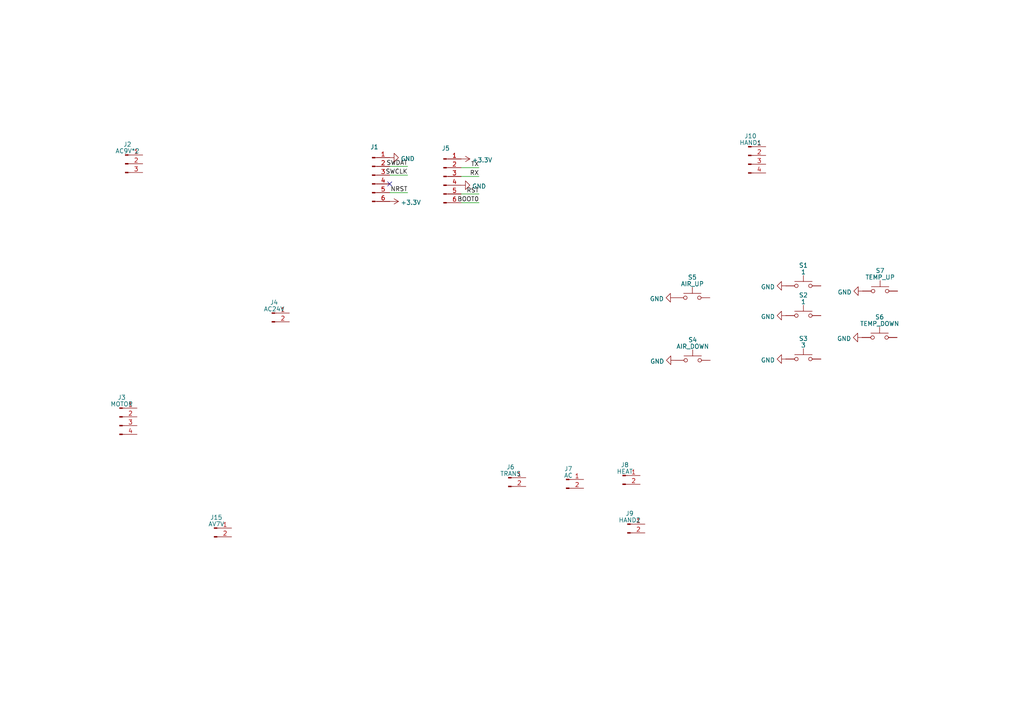
<source format=kicad_sch>
(kicad_sch (version 20230121) (generator eeschema)
  (paper "A4")
  (title_block (title "ST-862D-P2") (date "2023-06-10") (company "4Source"))
  (lib_symbols
    (symbol "Connector:Conn_01x02_Pin" (pin_names (offset 1.016) hide)
      (property "Reference" "J" (at 0 2.54 0))
      (property "Value" "Conn_01x02_Pin" (at 0 -5.08 0))
      (symbol "Conn_01x02_Pin_1_1"
        (polyline (pts (xy 1.27 -2.54) (xy 0.8636 -2.54)) (stroke (width 0.1524)))
        (polyline (pts (xy 1.27 0) (xy 0.8636 0)) (stroke (width 0.1524)))
        (rectangle (start 0.8636 -2.413) (end 0 -2.667) (stroke (width 0.1524)) (fill (type outline)))
        (rectangle (start 0.8636 0.127) (end 0 -0.127) (stroke (width 0.1524)) (fill (type outline)))
        (pin passive line (at 5.08 0 180) (length 3.81) (name "Pin_1") (number "1"))
        (pin passive line (at 5.08 -2.54 180) (length 3.81) (name "Pin_2") (number "2"))
      )
    )
    (symbol "Connector:Conn_01x03_Pin" (pin_names (offset 1.016) hide)
      (property "Reference" "J" (at 0 5.08 0))
      (property "Value" "Conn_01x03_Pin" (at 0 -5.08 0))
      (symbol "Conn_01x03_Pin_1_1"
        (polyline (pts (xy 1.27 -2.54) (xy 0.8636 -2.54)) (stroke (width 0.1524)))
        (polyline (pts (xy 1.27 0) (xy 0.8636 0)) (stroke (width 0.1524)))
        (polyline (pts (xy 1.27 2.54) (xy 0.8636 2.54)) (stroke (width 0.1524)))
        (rectangle (start 0.8636 -2.413) (end 0 -2.667) (stroke (width 0.1524)) (fill (type outline)))
        (rectangle (start 0.8636 0.127) (end 0 -0.127) (stroke (width 0.1524)) (fill (type outline)))
        (rectangle (start 0.8636 2.667) (end 0 2.413) (stroke (width 0.1524)) (fill (type outline)))
        (pin passive line (at 5.08 2.54 180) (length 3.81) (name "Pin_1") (number "1"))
        (pin passive line (at 5.08 0 180) (length 3.81) (name "Pin_2") (number "2"))
        (pin passive line (at 5.08 -2.54 180) (length 3.81) (name "Pin_3") (number "3"))
      )
    )
    (symbol "Connector:Conn_01x04_Pin" (pin_names (offset 1.016) hide)
      (property "Reference" "J" (at 0 5.08 0))
      (property "Value" "Conn_01x04_Pin" (at 0 -7.62 0))
      (symbol "Conn_01x04_Pin_1_1"
        (polyline (pts (xy 1.27 -5.08) (xy 0.8636 -5.08)) (stroke (width 0.1524)))
        (polyline (pts (xy 1.27 -2.54) (xy 0.8636 -2.54)) (stroke (width 0.1524)))
        (polyline (pts (xy 1.27 0) (xy 0.8636 0)) (stroke (width 0.1524)))
        (polyline (pts (xy 1.27 2.54) (xy 0.8636 2.54)) (stroke (width 0.1524)))
        (rectangle (start 0.8636 -4.953) (end 0 -5.207) (stroke (width 0.1524)) (fill (type outline)))
        (rectangle (start 0.8636 -2.413) (end 0 -2.667) (stroke (width 0.1524)) (fill (type outline)))
        (rectangle (start 0.8636 0.127) (end 0 -0.127) (stroke (width 0.1524)) (fill (type outline)))
        (rectangle (start 0.8636 2.667) (end 0 2.413) (stroke (width 0.1524)) (fill (type outline)))
        (pin passive line (at 5.08 2.54 180) (length 3.81) (name "Pin_1") (number "1"))
        (pin passive line (at 5.08 0 180) (length 3.81) (name "Pin_2") (number "2"))
        (pin passive line (at 5.08 -2.54 180) (length 3.81) (name "Pin_3") (number "3"))
        (pin passive line (at 5.08 -5.08 180) (length 3.81) (name "Pin_4") (number "4"))
      )
    )
    (symbol "Connector:Conn_01x06_Pin" (pin_names (offset 1.016) hide)
      (property "Reference" "J" (at 0 7.62 0))
      (property "Value" "Conn_01x06_Pin" (at 0 -10.16 0))
      (symbol "Conn_01x06_Pin_1_1"
        (polyline (pts (xy 1.27 -7.62) (xy 0.8636 -7.62)) (stroke (width 0.1524)))
        (polyline (pts (xy 1.27 -5.08) (xy 0.8636 -5.08)) (stroke (width 0.1524)))
        (polyline (pts (xy 1.27 -2.54) (xy 0.8636 -2.54)) (stroke (width 0.1524)))
        (polyline (pts (xy 1.27 0) (xy 0.8636 0)) (stroke (width 0.1524)))
        (polyline (pts (xy 1.27 2.54) (xy 0.8636 2.54)) (stroke (width 0.1524)))
        (polyline (pts (xy 1.27 5.08) (xy 0.8636 5.08)) (stroke (width 0.1524)))
        (rectangle (start 0.8636 -7.493) (end 0 -7.747) (stroke (width 0.1524)) (fill (type outline)))
        (rectangle (start 0.8636 -4.953) (end 0 -5.207) (stroke (width 0.1524)) (fill (type outline)))
        (rectangle (start 0.8636 -2.413) (end 0 -2.667) (stroke (width 0.1524)) (fill (type outline)))
        (rectangle (start 0.8636 0.127) (end 0 -0.127) (stroke (width 0.1524)) (fill (type outline)))
        (rectangle (start 0.8636 2.667) (end 0 2.413) (stroke (width 0.1524)) (fill (type outline)))
        (rectangle (start 0.8636 5.207) (end 0 4.953) (stroke (width 0.1524)) (fill (type outline)))
        (pin passive line (at 5.08 5.08 180) (length 3.81) (name "Pin_1") (number "1"))
        (pin passive line (at 5.08 2.54 180) (length 3.81) (name "Pin_2") (number "2"))
        (pin passive line (at 5.08 0 180) (length 3.81) (name "Pin_3") (number "3"))
        (pin passive line (at 5.08 -2.54 180) (length 3.81) (name "Pin_4") (number "4"))
        (pin passive line (at 5.08 -5.08 180) (length 3.81) (name "Pin_5") (number "5"))
        (pin passive line (at 5.08 -7.62 180) (length 3.81) (name "Pin_6") (number "6"))
      )
    )
    (symbol "Switch:SW_Push" (pin_numbers hide) (pin_names (offset 1.016) hide)
      (property "Reference" "SW" (at 1.27 2.54 0))
      (property "Value" "SW_Push" (at 0 -1.524 0))
      (symbol "SW_Push_0_1"
        (circle (center -2.032 0) (radius 0.508))
        (polyline (pts (xy 0 1.27) (xy 0 3.048)))
        (polyline (pts (xy 2.54 1.27) (xy -2.54 1.27)))
        (circle (center 2.032 0) (radius 0.508))
        (pin passive line (at -5.08 0 0) (length 2.54) (name "1") (number "1"))
        (pin passive line (at 5.08 0 180) (length 2.54) (name "2") (number "2"))
      )
    )
    (symbol "power:+3.3V" (power) (pin_names (offset 0))
      (property "Value" "+3.3V" (at 0 3.556 0))
      (symbol "+3.3V_0_1"
        (polyline (pts (xy -0.762 1.27) (xy 0 2.54)))
        (polyline (pts (xy 0 0) (xy 0 2.54)))
        (polyline (pts (xy 0 2.54) (xy 0.762 1.27)))
      )
      (symbol "+3.3V_1_1"
        (pin power_in line (at 0 0 90) (length 0) hide (name "+3.3V") (number "1"))
      )
    )
    (symbol "power:GND" (power) (pin_names (offset 0))
      (property "Value" "GND" (at 0 -3.81 0))
      (symbol "GND_0_1"
        (polyline (pts (xy 0 0) (xy 0 -1.27) (xy 1.27 -1.27) (xy 0 -2.54) (xy -1.27 -1.27) (xy 0 -1.27)))
      )
      (symbol "GND_1_1"
        (pin power_in line (at 0 0 270) (length 0) hide (name "GND") (number "1"))
      )
    )
  )
  (no_connect (at 113.03 53.34))
  (wire (pts (xy 133.731 58.801) (xy 138.938 58.801)))
  (wire (pts (xy 133.731 48.641) (xy 138.938 48.641)))
  (wire (pts (xy 113.03 55.88) (xy 118.237 55.88)))
  (wire (pts (xy 113.03 50.8) (xy 118.237 50.8)))
  (wire (pts (xy 133.731 56.261) (xy 138.938 56.261)))
  (wire (pts (xy 113.03 48.26) (xy 118.237 48.26)))
  (wire (pts (xy 133.731 51.181) (xy 138.938 51.181)))
  (label "RX" (at 138.938 51.181 180))
  (label "SWCLK" (at 118.237 50.8 180))
  (label "TX" (at 138.938 48.641 180))
  (label "NRST" (at 118.237 55.88 180))
  (label "SWDAT" (at 118.237 48.26 180))
  (label "RST" (at 138.938 56.261 180))
  (label "BOOT0" (at 138.938 58.801 180))
  (symbol (lib_id "Switch:SW_Push") (at 233.0196 104.14 0) (unit 1)
    (property "Reference" "S3" (at 233.0196 98.2091 0))
    (property "Value" "3" (at 233.0196 100.1301 0))
  )
  (symbol (lib_id "Connector:Conn_01x04_Pin") (at 34.671 120.904 0) (unit 1)
    (property "Reference" "J3" (at 35.306 115.2779 0))
    (property "Value" "MOTOR" (at 35.306 117.1989 0))
  )
  (symbol (lib_id "Connector:Conn_01x02_Pin") (at 164.211 139.065 0) (unit 1)
    (property "Reference" "J7" (at 164.846 135.9789 0))
    (property "Value" "AC" (at 164.846 137.8999 0))
  )
  (symbol (lib_id "power:GND") (at 227.9396 104.14 270) (unit 1)
    (property "Reference" "#PWR07" (effects hide))
    (property "Value" "GND" (at 224.7647 104.4568 90) (effects (justify right)))
  )
  (symbol (lib_id "power:+3.3V") (at 113.03 58.42 270) (unit 1)
    (property "Reference" "#PWR02" (effects hide))
    (property "Value" "+3.3V" (at 116.205 58.7368 90) (effects (justify left)))
  )
  (symbol (lib_id "Connector:Conn_01x02_Pin") (at 78.867 90.805 0) (unit 1)
    (property "Reference" "J4" (at 79.502 87.7189 0))
    (property "Value" "AC24V" (at 79.502 89.6399 0))
  )
  (symbol (lib_id "Switch:SW_Push") (at 233.0196 91.5416 0) (unit 1)
    (property "Reference" "S2" (at 233.0196 85.6107 0))
    (property "Value" "1" (at 233.0196 87.5317 0))
  )
  (symbol (lib_id "Connector:Conn_01x02_Pin") (at 180.594 137.922 0) (unit 1)
    (property "Reference" "J8" (at 181.229 134.8359 0))
    (property "Value" "HEAT" (at 181.229 136.7569 0))
  )
  (symbol (lib_id "Connector:Conn_01x02_Pin") (at 62.103 153.162 0) (unit 1)
    (property "Reference" "J15" (at 62.738 150.0759 0))
    (property "Value" "AV7V" (at 62.738 151.9969 0))
  )
  (symbol (lib_id "power:GND") (at 195.834 104.4956 270) (unit 1)
    (property "Reference" "#PWR06" (effects hide))
    (property "Value" "GND" (at 192.6591 104.8124 90) (effects (justify right)))
  )
  (symbol (lib_id "power:GND") (at 250.19 84.4296 270) (unit 1)
    (property "Reference" "#PWR010" (effects hide))
    (property "Value" "GND" (at 247.0151 84.7464 90) (effects (justify right)))
  )
  (symbol (lib_id "power:GND") (at 113.03 45.72 90) (unit 1)
    (property "Reference" "#PWR01" (effects hide))
    (property "Value" "GND" (at 116.205 46.0368 90) (effects (justify right)))
  )
  (symbol (lib_id "power:GND") (at 195.7324 86.36 270) (unit 1)
    (property "Reference" "#PWR05" (effects hide))
    (property "Value" "GND" (at 192.5575 86.6768 90) (effects (justify right)))
  )
  (symbol (lib_id "Connector:Conn_01x06_Pin") (at 128.651 51.181 0) (unit 1)
    (property "Reference" "J5" (at 129.286 43.0149 0))
    (property "Value" "Conn_01x06_Pin" (effects hide))
  )
  (symbol (lib_id "Switch:SW_Push") (at 200.914 104.4956 0) (unit 1)
    (property "Reference" "S4" (at 200.914 98.5647 0))
    (property "Value" "AIR_DOWN" (at 200.914 100.4857 0))
  )
  (symbol (lib_id "Connector:Conn_01x04_Pin") (at 217.043 45.085 0) (unit 1)
    (property "Reference" "J10" (at 217.678 39.4589 0))
    (property "Value" "HAND1" (at 217.678 41.3799 0))
  )
  (symbol (lib_id "Connector:Conn_01x03_Pin") (at 36.322 47.498 0) (unit 1)
    (property "Reference" "J2" (at 36.957 41.8719 0))
    (property "Value" "AC9V*2" (at 36.957 43.7929 0))
  )
  (symbol (lib_id "power:GND") (at 227.9396 82.9056 270) (unit 1)
    (property "Reference" "#PWR09" (effects hide))
    (property "Value" "GND" (at 224.7647 83.2224 90) (effects (justify right)))
  )
  (symbol (lib_id "Connector:Conn_01x02_Pin") (at 181.991 152.019 0) (unit 1)
    (property "Reference" "J9" (at 182.626 148.9329 0))
    (property "Value" "HAND2" (at 182.626 150.8539 0))
  )
  (symbol (lib_id "Connector:Conn_01x06_Pin") (at 107.95 50.8 0) (unit 1)
    (property "Reference" "J1" (at 108.585 42.6339 0))
    (property "Value" "Conn_01x06_Pin" (effects hide))
  )
  (symbol (lib_id "Switch:SW_Push") (at 255.1176 97.8916 0) (unit 1)
    (property "Reference" "S6" (at 255.1176 91.9607 0))
    (property "Value" "TEMP_DOWN" (at 255.1176 93.8817 0))
  )
  (symbol (lib_id "power:+3.3V") (at 133.731 46.101 270) (unit 1)
    (property "Reference" "#PWR03" (effects hide))
    (property "Value" "+3.3V" (at 136.906 46.4178 90) (effects (justify left)))
  )
  (symbol (lib_id "Switch:SW_Push") (at 200.8124 86.36 0) (unit 1)
    (property "Reference" "S5" (at 200.8124 80.4291 0))
    (property "Value" "AIR_UP" (at 200.8124 82.3501 0))
  )
  (symbol (lib_id "power:GND") (at 250.0376 97.8916 270) (unit 1)
    (property "Reference" "#PWR011" (effects hide))
    (property "Value" "GND" (at 246.8627 98.2084 90) (effects (justify right)))
  )
  (symbol (lib_id "Connector:Conn_01x02_Pin") (at 147.447 138.557 0) (unit 1)
    (property "Reference" "J6" (at 148.082 135.4709 0))
    (property "Value" "TRANS" (at 148.082 137.3919 0))
  )
  (symbol (lib_id "Switch:SW_Push") (at 255.27 84.4296 0) (unit 1)
    (property "Reference" "S7" (at 255.27 78.4987 0))
    (property "Value" "TEMP_UP" (at 255.27 80.4197 0))
  )
  (symbol (lib_id "power:GND") (at 227.9396 91.5416 270) (unit 1)
    (property "Reference" "#PWR08" (effects hide))
    (property "Value" "GND" (at 224.7647 91.8584 90) (effects (justify right)))
  )
  (symbol (lib_id "power:GND") (at 133.731 53.721 90) (unit 1)
    (property "Reference" "#PWR04" (effects hide))
    (property "Value" "GND" (at 136.906 54.0378 90) (effects (justify right)))
  )
  (symbol (lib_id "Switch:SW_Push") (at 233.0196 82.9056 0) (unit 1)
    (property "Reference" "S1" (at 233.0196 76.9747 0))
    (property "Value" "1" (at 233.0196 78.8957 0))
  )
)
</source>
